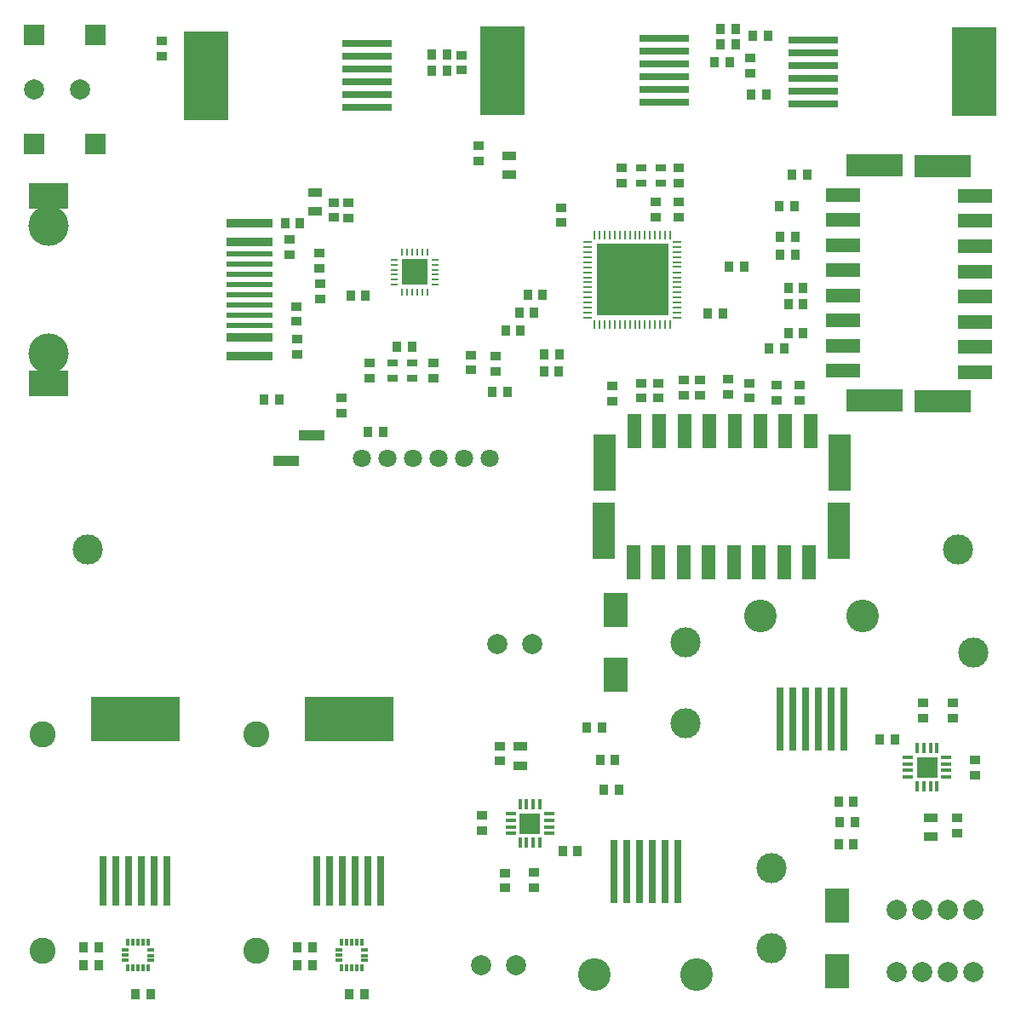
<source format=gts>
G04 (created by PCBNEW (2013-08-24 BZR 4298)-stable) date Sat 09 Aug 2014 02:40:24 PM PDT*
%MOIN*%
G04 Gerber Fmt 3.4, Leading zero omitted, Abs format*
%FSLAX34Y34*%
G01*
G70*
G90*
G04 APERTURE LIST*
%ADD10C,0.005906*%
%ADD11R,0.029921X0.250000*%
%ADD12C,0.127953*%
%ADD13R,0.035400X0.039400*%
%ADD14R,0.029921X0.196850*%
%ADD15R,0.346457X0.177165*%
%ADD16C,0.102362*%
%ADD17R,0.011811X0.031496*%
%ADD18R,0.031496X0.011811*%
%ADD19C,0.078740*%
%ADD20R,0.039400X0.035400*%
%ADD21R,0.055000X0.035000*%
%ADD22R,0.094500X0.137800*%
%ADD23C,0.118110*%
%ADD24C,0.078700*%
%ADD25R,0.078700X0.078700*%
%ADD26R,0.181102X0.031890*%
%ADD27R,0.181102X0.024016*%
%ADD28C,0.157480*%
%ADD29R,0.153543X0.098425*%
%ADD30R,0.039370X0.031496*%
%ADD31R,0.196850X0.029921*%
%ADD32R,0.177165X0.346457*%
%ADD33R,0.100000X0.039000*%
%ADD34R,0.055118X0.133858*%
%ADD35R,0.090551X0.220472*%
%ADD36R,0.133858X0.055118*%
%ADD37R,0.220472X0.090551*%
%ADD38R,0.098400X0.098400*%
%ADD39O,0.009800X0.031500*%
%ADD40O,0.031500X0.009800*%
%ADD41C,0.070866*%
%ADD42R,0.009843X0.033465*%
%ADD43R,0.033465X0.009843*%
%ADD44R,0.281496X0.281496*%
%ADD45R,0.082677X0.082677*%
%ADD46R,0.039370X0.013780*%
%ADD47R,0.013780X0.039370*%
G04 APERTURE END LIST*
G54D10*
G54D11*
X66791Y-52696D03*
X65791Y-52696D03*
X64791Y-52696D03*
X65291Y-52696D03*
X64291Y-52696D03*
G54D12*
X63541Y-48671D03*
X67541Y-48671D03*
G54D11*
X66291Y-52696D03*
G54D13*
X45994Y-62332D03*
X45402Y-62332D03*
X45994Y-61624D03*
X45402Y-61624D03*
X48042Y-63474D03*
X47450Y-63474D03*
G54D14*
X46181Y-59025D03*
X47181Y-59025D03*
X48181Y-59025D03*
X47681Y-59025D03*
X48681Y-59025D03*
X46681Y-59025D03*
G54D15*
X47431Y-52706D03*
G54D16*
X43809Y-61742D03*
X43809Y-53277D03*
G54D17*
X47352Y-62431D03*
X47155Y-62431D03*
X47155Y-61427D03*
X47547Y-62431D03*
X47746Y-62431D03*
X47942Y-62431D03*
G54D18*
X48051Y-62125D03*
X48051Y-61942D03*
X48051Y-61732D03*
G54D17*
X47942Y-61427D03*
X47746Y-61427D03*
X47547Y-61427D03*
X47352Y-61427D03*
G54D18*
X47047Y-61732D03*
X47047Y-61935D03*
X47047Y-62125D03*
G54D19*
X54616Y-49773D03*
X53238Y-49773D03*
X52598Y-62322D03*
X53976Y-62322D03*
G54D13*
X55796Y-57864D03*
X56388Y-57864D03*
X57994Y-55446D03*
X57402Y-55446D03*
X56733Y-53021D03*
X57325Y-53021D03*
G54D20*
X52637Y-56465D03*
X52637Y-57057D03*
G54D13*
X57257Y-54293D03*
X57849Y-54293D03*
G54D20*
X54665Y-58700D03*
X54665Y-59292D03*
X53523Y-58709D03*
X53523Y-59301D03*
X53326Y-53749D03*
X53326Y-54341D03*
G54D21*
X54153Y-54518D03*
X54153Y-53768D03*
G54D22*
X57864Y-50974D03*
X57864Y-48414D03*
G54D23*
X60620Y-52844D03*
X60620Y-49694D03*
G54D11*
X57795Y-58661D03*
X58795Y-58661D03*
X59795Y-58661D03*
X59295Y-58661D03*
X60295Y-58661D03*
G54D12*
X61045Y-62687D03*
X57045Y-62687D03*
G54D11*
X58295Y-58661D03*
G54D24*
X36890Y-28070D03*
G54D25*
X35118Y-25940D03*
X37520Y-25940D03*
X35118Y-30202D03*
X37520Y-30202D03*
G54D24*
X35118Y-28070D03*
G54D26*
X43523Y-33291D03*
X43523Y-34015D03*
G54D27*
X43523Y-34488D03*
X43523Y-34889D03*
X43523Y-35692D03*
X43523Y-37291D03*
X43523Y-36488D03*
G54D26*
X43523Y-38488D03*
X43523Y-37763D03*
G54D27*
X43523Y-36090D03*
X43523Y-36889D03*
G54D28*
X35681Y-38389D03*
X35681Y-33389D03*
G54D27*
X43523Y-35291D03*
G54D29*
X35681Y-32228D03*
X35681Y-39551D03*
G54D13*
X63877Y-38188D03*
X64469Y-38188D03*
G54D30*
X58858Y-31712D03*
X59645Y-31712D03*
X58858Y-31122D03*
X59645Y-31122D03*
X49921Y-38759D03*
X49133Y-38759D03*
X49921Y-39350D03*
X49133Y-39350D03*
G54D31*
X48149Y-28769D03*
X48149Y-27769D03*
X48149Y-26769D03*
X48149Y-27269D03*
X48149Y-26269D03*
X48149Y-28269D03*
G54D32*
X41830Y-27519D03*
G54D31*
X59763Y-28572D03*
X59763Y-27572D03*
X59763Y-26572D03*
X59763Y-27072D03*
X59763Y-26072D03*
X59763Y-28072D03*
G54D32*
X53444Y-27322D03*
G54D31*
X65590Y-26112D03*
X65590Y-27112D03*
X65590Y-28112D03*
X65590Y-27612D03*
X65590Y-28612D03*
X65590Y-26612D03*
G54D32*
X71909Y-27362D03*
G54D33*
X45972Y-41586D03*
X44972Y-42586D03*
G54D34*
X65492Y-41417D03*
X64507Y-41417D03*
X63523Y-41417D03*
X58602Y-41417D03*
X60570Y-41417D03*
X59586Y-41417D03*
G54D35*
X66653Y-42657D03*
G54D34*
X61555Y-41417D03*
X62539Y-41417D03*
G54D35*
X57440Y-42657D03*
G54D36*
X66771Y-32185D03*
X66771Y-33169D03*
X66771Y-34153D03*
X66771Y-39074D03*
X66771Y-37106D03*
X66771Y-38090D03*
G54D37*
X68011Y-31023D03*
G54D36*
X66771Y-36122D03*
X66771Y-35137D03*
G54D37*
X68011Y-40236D03*
G54D34*
X58562Y-46574D03*
X59547Y-46574D03*
X60531Y-46574D03*
X65452Y-46574D03*
X63484Y-46574D03*
X64468Y-46574D03*
G54D35*
X57401Y-45334D03*
G54D34*
X62500Y-46574D03*
X61515Y-46574D03*
G54D35*
X66614Y-45334D03*
G54D36*
X71929Y-39114D03*
X71929Y-38129D03*
X71929Y-37145D03*
X71929Y-32224D03*
X71929Y-34192D03*
X71929Y-33208D03*
G54D37*
X70688Y-40275D03*
G54D36*
X71929Y-35177D03*
X71929Y-36161D03*
G54D37*
X70688Y-31062D03*
G54D23*
X71259Y-46062D03*
X37204Y-46062D03*
G54D21*
X53700Y-31398D03*
X53700Y-30648D03*
G54D20*
X45106Y-34512D03*
X45106Y-33920D03*
G54D13*
X45516Y-33295D03*
X44924Y-33295D03*
X48168Y-41456D03*
X48760Y-41456D03*
X44693Y-40208D03*
X44101Y-40208D03*
G54D20*
X45405Y-37822D03*
X45405Y-38414D03*
X45385Y-37134D03*
X45385Y-36542D03*
X46291Y-35664D03*
X46291Y-36256D03*
X46283Y-35051D03*
X46283Y-34459D03*
G54D13*
X54154Y-37480D03*
X53562Y-37480D03*
X54685Y-36791D03*
X54093Y-36791D03*
X55020Y-36082D03*
X54428Y-36082D03*
X49310Y-38129D03*
X49902Y-38129D03*
X53642Y-39881D03*
X53050Y-39881D03*
X55650Y-39094D03*
X55058Y-39094D03*
X55666Y-38421D03*
X55074Y-38421D03*
G54D20*
X59448Y-32459D03*
X59448Y-33051D03*
X60354Y-31713D03*
X60354Y-31121D03*
X58110Y-31121D03*
X58110Y-31713D03*
X60354Y-32459D03*
X60354Y-33051D03*
G54D13*
X62894Y-35000D03*
X62302Y-35000D03*
G54D20*
X55728Y-32676D03*
X55728Y-33268D03*
G54D13*
X62067Y-36811D03*
X61475Y-36811D03*
G54D20*
X40098Y-26752D03*
X40098Y-26160D03*
X57755Y-39664D03*
X57755Y-40256D03*
X47409Y-32491D03*
X47409Y-33083D03*
X47125Y-40137D03*
X47125Y-40729D03*
X48228Y-39351D03*
X48228Y-38759D03*
X50748Y-39351D03*
X50748Y-38759D03*
X53188Y-39095D03*
X53188Y-38503D03*
G54D21*
X46094Y-32077D03*
X46094Y-32827D03*
G54D13*
X47491Y-36114D03*
X48083Y-36114D03*
G54D38*
X50003Y-35208D03*
G54D39*
X49511Y-35995D03*
X49708Y-35995D03*
X49905Y-35995D03*
X50101Y-35995D03*
X50298Y-35995D03*
X50495Y-35995D03*
G54D40*
X50790Y-35700D03*
X50790Y-35503D03*
X50790Y-35306D03*
X50790Y-35110D03*
X50790Y-34913D03*
X50790Y-34716D03*
G54D39*
X50495Y-34421D03*
X50298Y-34421D03*
X50101Y-34421D03*
X49905Y-34421D03*
X49708Y-34421D03*
X49511Y-34421D03*
G54D40*
X49216Y-34716D03*
X49216Y-34913D03*
X49216Y-35110D03*
X49216Y-35306D03*
X49216Y-35503D03*
X49216Y-35700D03*
G54D20*
X52216Y-39040D03*
X52216Y-38448D03*
X46850Y-32483D03*
X46850Y-33075D03*
X52519Y-30255D03*
X52519Y-30847D03*
G54D41*
X51925Y-42480D03*
X52925Y-42480D03*
X47933Y-42480D03*
X48933Y-42480D03*
X50929Y-42480D03*
X49929Y-42480D03*
G54D20*
X65078Y-39625D03*
X65078Y-40217D03*
G54D13*
X64782Y-31377D03*
X65374Y-31377D03*
G54D20*
X64173Y-39625D03*
X64173Y-40217D03*
G54D13*
X64270Y-32637D03*
X64862Y-32637D03*
G54D42*
X59807Y-37259D03*
X60003Y-37259D03*
X58625Y-37259D03*
X58822Y-37259D03*
X59216Y-37259D03*
X59019Y-37259D03*
X59610Y-37259D03*
X59413Y-37259D03*
X57838Y-37259D03*
X58035Y-37259D03*
X58429Y-37259D03*
X58232Y-37259D03*
X57444Y-37259D03*
X57641Y-37259D03*
X57248Y-37259D03*
X57051Y-37259D03*
G54D43*
X56775Y-36984D03*
X56775Y-36787D03*
X56775Y-36393D03*
X56775Y-36590D03*
X56775Y-35803D03*
X56775Y-35606D03*
X56775Y-36000D03*
X56775Y-36196D03*
X56775Y-34622D03*
X56775Y-34425D03*
X56775Y-35015D03*
X56775Y-34818D03*
X56775Y-35212D03*
X56775Y-35409D03*
X56775Y-34031D03*
X56775Y-34228D03*
G54D42*
X57051Y-33755D03*
X57248Y-33755D03*
X57641Y-33755D03*
X57444Y-33755D03*
X58232Y-33755D03*
X58429Y-33755D03*
X58035Y-33755D03*
X57838Y-33755D03*
X59413Y-33755D03*
X59610Y-33755D03*
X59019Y-33755D03*
X59216Y-33755D03*
X58822Y-33755D03*
X58625Y-33755D03*
X60003Y-33755D03*
X59807Y-33755D03*
G54D43*
X60279Y-34228D03*
X60279Y-34031D03*
X60279Y-35409D03*
X60279Y-35212D03*
X60279Y-34818D03*
X60279Y-35007D03*
X60279Y-34425D03*
X60279Y-34622D03*
X60279Y-36196D03*
X60279Y-36000D03*
X60279Y-35606D03*
X60279Y-35803D03*
X60279Y-36590D03*
X60279Y-36393D03*
X60279Y-36787D03*
X60279Y-36984D03*
G54D44*
X58527Y-35507D03*
G54D20*
X63110Y-39546D03*
X63110Y-40138D03*
G54D13*
X64310Y-33818D03*
X64902Y-33818D03*
G54D20*
X62283Y-39389D03*
X62283Y-39981D03*
G54D13*
X64310Y-34527D03*
X64902Y-34527D03*
G54D20*
X61181Y-39428D03*
X61181Y-40020D03*
G54D13*
X64625Y-35826D03*
X65217Y-35826D03*
G54D20*
X60551Y-39428D03*
X60551Y-40020D03*
G54D13*
X64625Y-36456D03*
X65217Y-36456D03*
G54D20*
X59527Y-39546D03*
X59527Y-40138D03*
G54D13*
X64625Y-37598D03*
X65217Y-37598D03*
G54D20*
X58858Y-39546D03*
X58858Y-40138D03*
G54D13*
X63839Y-25944D03*
X63247Y-25944D03*
X50688Y-27322D03*
X51280Y-27322D03*
X61751Y-27007D03*
X62343Y-27007D03*
X63168Y-28267D03*
X63760Y-28267D03*
X51280Y-26692D03*
X50688Y-26692D03*
X61987Y-25708D03*
X62579Y-25708D03*
G54D20*
X63149Y-27421D03*
X63149Y-26829D03*
X51850Y-26711D03*
X51850Y-27303D03*
G54D13*
X61987Y-26299D03*
X62579Y-26299D03*
G54D17*
X38986Y-62431D03*
X38789Y-62431D03*
X38789Y-61427D03*
X39181Y-62431D03*
X39379Y-62431D03*
X39576Y-62431D03*
G54D18*
X39685Y-62125D03*
X39685Y-61942D03*
X39685Y-61732D03*
G54D17*
X39576Y-61427D03*
X39379Y-61427D03*
X39181Y-61427D03*
X38986Y-61427D03*
G54D18*
X38681Y-61732D03*
X38681Y-61935D03*
X38681Y-62125D03*
G54D16*
X35442Y-53277D03*
X35442Y-61742D03*
G54D14*
X37814Y-59025D03*
X38814Y-59025D03*
X39814Y-59025D03*
X39314Y-59025D03*
X40314Y-59025D03*
X38314Y-59025D03*
G54D15*
X39064Y-52706D03*
G54D13*
X39675Y-63474D03*
X39083Y-63474D03*
X37628Y-61624D03*
X37036Y-61624D03*
X37628Y-62332D03*
X37036Y-62332D03*
X68790Y-53494D03*
X68198Y-53494D03*
X66591Y-55911D03*
X67183Y-55911D03*
X67185Y-57598D03*
X66593Y-57598D03*
G54D20*
X71948Y-54892D03*
X71948Y-54300D03*
G54D13*
X67225Y-56712D03*
X66633Y-56712D03*
G54D20*
X69921Y-52658D03*
X69921Y-52066D03*
X71062Y-52648D03*
X71062Y-52056D03*
X71240Y-57166D03*
X71240Y-56574D03*
G54D21*
X70216Y-56554D03*
X70216Y-57304D03*
G54D22*
X66535Y-59999D03*
X66535Y-62559D03*
G54D23*
X63966Y-58513D03*
X63966Y-61663D03*
G54D19*
X71874Y-60153D03*
X70874Y-60153D03*
X70874Y-62578D03*
X71874Y-62578D03*
X69874Y-62578D03*
X68874Y-62578D03*
X68874Y-60153D03*
X69874Y-60153D03*
G54D23*
X71889Y-50098D03*
G54D45*
X54517Y-56781D03*
G54D46*
X55265Y-57165D03*
X55265Y-56909D03*
X55265Y-56653D03*
X55265Y-56397D03*
G54D47*
X54901Y-56033D03*
X54645Y-56033D03*
X54389Y-56033D03*
X54133Y-56033D03*
G54D46*
X53769Y-56397D03*
X53769Y-56653D03*
X53769Y-56909D03*
X53769Y-57165D03*
G54D47*
X54133Y-57529D03*
X54389Y-57529D03*
X54645Y-57529D03*
X54901Y-57529D03*
G54D45*
X70068Y-54576D03*
G54D46*
X69320Y-54192D03*
X69320Y-54448D03*
X69320Y-54704D03*
X69320Y-54960D03*
G54D47*
X69685Y-55324D03*
X69940Y-55324D03*
X70196Y-55324D03*
X70452Y-55324D03*
G54D46*
X70816Y-54960D03*
X70816Y-54704D03*
X70816Y-54448D03*
X70816Y-54192D03*
G54D47*
X70452Y-53828D03*
X70196Y-53828D03*
X69940Y-53828D03*
X69685Y-53828D03*
M02*

</source>
